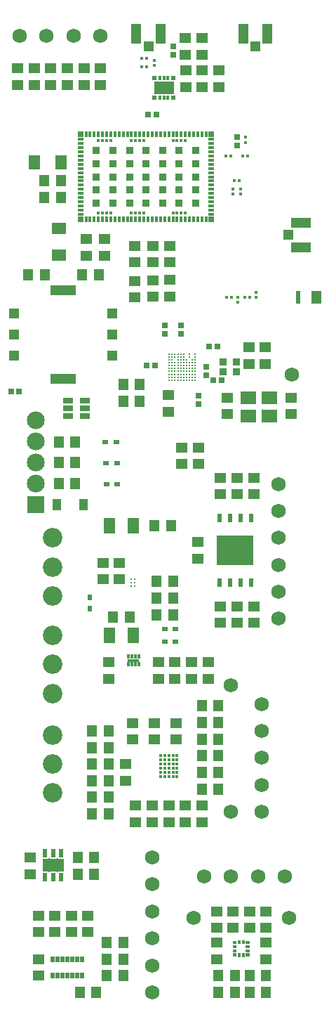
<source format=gts>
G04*
G04 #@! TF.GenerationSoftware,Altium Limited,Altium Designer,19.1.9 (167)*
G04*
G04 Layer_Color=7477623*
%FSLAX44Y44*%
%MOMM*%
G71*
G01*
G75*
%ADD61R,2.4870X1.5500*%
%ADD62R,0.5500X1.5500*%
%ADD63R,1.1500X1.5500*%
%ADD64R,0.7500X0.7500*%
%ADD65R,1.4000X1.1500*%
%ADD66R,1.1500X1.4000*%
%ADD67R,0.4500X0.4500*%
%ADD68R,0.6500X0.5500*%
%ADD69R,1.1500X0.7000*%
%ADD70R,0.9000X0.9000*%
%ADD71R,0.4000X0.4000*%
%ADD72R,0.6400X0.4000*%
%ADD73R,0.4000X0.6400*%
%ADD74R,0.6400X0.6400*%
%ADD75R,1.2000X1.1500*%
%ADD76R,2.3500X1.2000*%
%ADD77R,0.4500X0.4500*%
%ADD78R,1.2500X1.1500*%
%ADD79R,3.1500X1.1500*%
%ADD80R,1.1500X1.2000*%
%ADD81R,1.2000X2.3500*%
%ADD82R,0.7500X0.7500*%
%ADD83R,0.6150X0.5250*%
%ADD84R,0.3750X0.5250*%
%ADD85R,1.0600X1.3700*%
%ADD86C,0.4500*%
%ADD87R,0.5000X0.7000*%
%ADD88R,2.5500X1.6500*%
%ADD89R,0.6000X1.0000*%
%ADD90R,1.7500X1.3500*%
%ADD91R,1.3500X1.7500*%
%ADD92R,0.8500X0.8500*%
%ADD93R,4.4500X3.5500*%
%ADD94R,0.6000X1.1000*%
%ADD95R,1.4000X0.4000*%
%ADD96R,0.3300X0.5000*%
%ADD97C,0.3300*%
%ADD98R,1.4500X1.9500*%
%ADD99R,0.5500X0.6500*%
%ADD100R,1.8500X1.6500*%
%ADD101C,0.2800*%
%ADD102C,2.1500*%
%ADD103R,2.1500X2.1500*%
%ADD104C,1.7500*%
%ADD105C,0.6000*%
%ADD106C,2.3500*%
%ADD107C,0.7000*%
%ADD108C,0.6500*%
G36*
X294500Y115500D02*
X290000D01*
Y119500D01*
X294500D01*
Y115500D01*
D02*
G37*
G36*
Y110500D02*
X290000D01*
Y114500D01*
X294500D01*
Y110500D01*
D02*
G37*
G36*
X299500Y110000D02*
X295500D01*
Y114500D01*
X299500D01*
Y110000D01*
D02*
G37*
G36*
X294500Y120500D02*
X290000D01*
Y124500D01*
X294500D01*
Y120500D01*
D02*
G37*
G36*
Y125500D02*
X290000D01*
Y129500D01*
X294500D01*
Y125500D01*
D02*
G37*
G36*
X299500D02*
X295500D01*
Y130000D01*
X299500D01*
Y125500D01*
D02*
G37*
G36*
X304500Y110000D02*
X300500D01*
Y114500D01*
X304500D01*
Y110000D01*
D02*
G37*
G36*
X310000Y110500D02*
X305500D01*
Y114500D01*
X310000D01*
Y110500D01*
D02*
G37*
G36*
Y115500D02*
X305500D01*
Y119500D01*
X310000D01*
Y115500D01*
D02*
G37*
G36*
Y125500D02*
X305500D01*
Y129500D01*
X310000D01*
Y125500D01*
D02*
G37*
G36*
X304500D02*
X300500D01*
Y130000D01*
X304500D01*
Y125500D01*
D02*
G37*
G36*
X310000Y120500D02*
X305500D01*
Y124500D01*
X310000D01*
Y120500D01*
D02*
G37*
D61*
X206500Y1157500D02*
D03*
D62*
X368500Y905000D02*
D03*
D63*
X391000D02*
D03*
D64*
X22000Y791000D02*
D03*
X32000D02*
D03*
X197500Y1125000D02*
D03*
X187500D02*
D03*
X196000Y822500D02*
D03*
X186000D02*
D03*
X271000Y845500D02*
D03*
X261000D02*
D03*
X266000Y805000D02*
D03*
X276000D02*
D03*
D65*
X212000Y767000D02*
D03*
Y787000D02*
D03*
X214000Y967000D02*
D03*
Y947000D02*
D03*
X193000Y967000D02*
D03*
Y947000D02*
D03*
X171000Y967000D02*
D03*
Y947000D02*
D03*
X214000Y926000D02*
D03*
Y906000D02*
D03*
X193000Y925500D02*
D03*
Y905500D02*
D03*
X171000Y924500D02*
D03*
Y904500D02*
D03*
X248000Y724000D02*
D03*
Y704000D02*
D03*
X228000D02*
D03*
Y724000D02*
D03*
X112500Y975000D02*
D03*
Y955000D02*
D03*
X135000Y975000D02*
D03*
Y955000D02*
D03*
X253000Y1158000D02*
D03*
Y1178000D02*
D03*
X273000Y1158000D02*
D03*
Y1178000D02*
D03*
X233000Y1158000D02*
D03*
Y1178000D02*
D03*
X252500Y1197000D02*
D03*
Y1217000D02*
D03*
X232500Y1197000D02*
D03*
Y1217000D02*
D03*
X221000Y372000D02*
D03*
Y392000D02*
D03*
X252500Y292500D02*
D03*
Y272500D02*
D03*
X195000Y372000D02*
D03*
Y392000D02*
D03*
X169000Y372000D02*
D03*
Y392000D02*
D03*
X232500Y292500D02*
D03*
Y272500D02*
D03*
X212500Y292500D02*
D03*
Y272500D02*
D03*
X192500D02*
D03*
Y292500D02*
D03*
X172500D02*
D03*
Y272500D02*
D03*
X160000Y342500D02*
D03*
Y322500D02*
D03*
X270000Y127500D02*
D03*
Y107500D02*
D03*
X330000D02*
D03*
Y127500D02*
D03*
X270000Y165000D02*
D03*
Y145000D02*
D03*
X290000Y165000D02*
D03*
Y145000D02*
D03*
X310000Y165000D02*
D03*
Y145000D02*
D03*
X330000Y165000D02*
D03*
Y145000D02*
D03*
X55000Y107500D02*
D03*
Y87500D02*
D03*
Y140000D02*
D03*
Y160000D02*
D03*
X75000Y140000D02*
D03*
Y160000D02*
D03*
X95000D02*
D03*
Y140000D02*
D03*
X115000D02*
D03*
Y160000D02*
D03*
X45000Y210000D02*
D03*
Y230000D02*
D03*
X30000Y1180500D02*
D03*
Y1160500D02*
D03*
X50000Y1180500D02*
D03*
Y1160500D02*
D03*
X90000Y1180500D02*
D03*
Y1160500D02*
D03*
X70000Y1180500D02*
D03*
Y1160500D02*
D03*
X130000Y1180500D02*
D03*
Y1160500D02*
D03*
X110000Y1180500D02*
D03*
Y1160500D02*
D03*
X309000Y824500D02*
D03*
Y844500D02*
D03*
X329000Y824500D02*
D03*
Y844500D02*
D03*
X260000Y445000D02*
D03*
Y465000D02*
D03*
X240000Y445000D02*
D03*
Y465000D02*
D03*
X220000D02*
D03*
Y445000D02*
D03*
X140000D02*
D03*
Y465000D02*
D03*
X200000Y445000D02*
D03*
Y465000D02*
D03*
X133250Y585000D02*
D03*
Y565000D02*
D03*
X152500Y565000D02*
D03*
Y585000D02*
D03*
X360000Y764000D02*
D03*
Y784000D02*
D03*
X283000D02*
D03*
Y764000D02*
D03*
X247500Y610000D02*
D03*
Y590000D02*
D03*
X295000Y687500D02*
D03*
Y667500D02*
D03*
X275000Y512500D02*
D03*
Y532500D02*
D03*
X315000Y512500D02*
D03*
Y532500D02*
D03*
X295000Y512500D02*
D03*
Y532500D02*
D03*
X275000Y687500D02*
D03*
Y667500D02*
D03*
X315000Y687500D02*
D03*
Y667500D02*
D03*
D66*
X108000Y932000D02*
D03*
X128000D02*
D03*
X177500Y779500D02*
D03*
X157500D02*
D03*
Y799500D02*
D03*
X177500D02*
D03*
X292500Y67500D02*
D03*
X272500D02*
D03*
X310000D02*
D03*
X330000D02*
D03*
X252500Y412500D02*
D03*
X272500D02*
D03*
X252500Y312500D02*
D03*
X272500D02*
D03*
X252500Y332500D02*
D03*
X272500D02*
D03*
X252500Y352500D02*
D03*
X272500D02*
D03*
X252500Y372500D02*
D03*
X272500D02*
D03*
X252500Y392500D02*
D03*
X272500D02*
D03*
X120000Y382500D02*
D03*
X140000D02*
D03*
X140000Y362500D02*
D03*
X120000D02*
D03*
X120000Y282500D02*
D03*
X140000D02*
D03*
X120000Y302500D02*
D03*
X140000D02*
D03*
Y342500D02*
D03*
X120000D02*
D03*
X140000Y322500D02*
D03*
X120000D02*
D03*
X330000Y87500D02*
D03*
X310000D02*
D03*
X272500D02*
D03*
X292500D02*
D03*
X79525Y680475D02*
D03*
X99525D02*
D03*
X79525Y705475D02*
D03*
X99525D02*
D03*
X79525Y730475D02*
D03*
X99525D02*
D03*
X105000Y67500D02*
D03*
X125000D02*
D03*
X157500Y87500D02*
D03*
X137500D02*
D03*
X157500Y107500D02*
D03*
X137500D02*
D03*
X157500Y127500D02*
D03*
X137500D02*
D03*
X122500Y230000D02*
D03*
X102500D02*
D03*
X122500Y210000D02*
D03*
X102500D02*
D03*
X43000Y932000D02*
D03*
X63000D02*
D03*
X82500Y1045000D02*
D03*
X62500D02*
D03*
X82500Y1025000D02*
D03*
X62500D02*
D03*
X197500Y522500D02*
D03*
X217500D02*
D03*
X165000Y520000D02*
D03*
X145000D02*
D03*
X197500Y562500D02*
D03*
X217500D02*
D03*
X197500Y542500D02*
D03*
X217500D02*
D03*
X195000Y630000D02*
D03*
X215000D02*
D03*
D67*
X318000Y911000D02*
D03*
Y905000D02*
D03*
X296000Y899000D02*
D03*
Y905000D02*
D03*
X305000Y1097500D02*
D03*
Y1091500D02*
D03*
X289500Y1029500D02*
D03*
Y1035500D02*
D03*
X299500Y1029500D02*
D03*
Y1035500D02*
D03*
X195000Y1184500D02*
D03*
Y1190500D02*
D03*
D68*
X149000Y730000D02*
D03*
X136000D02*
D03*
X150000Y705000D02*
D03*
X137000D02*
D03*
X150500Y680000D02*
D03*
X137500D02*
D03*
X220500Y490000D02*
D03*
X207500D02*
D03*
X220500Y505000D02*
D03*
X207500D02*
D03*
D69*
X90750Y780500D02*
D03*
Y771000D02*
D03*
Y761500D02*
D03*
X111250D02*
D03*
Y771000D02*
D03*
Y780500D02*
D03*
D70*
X245000Y1082000D02*
D03*
Y1018000D02*
D03*
Y1050000D02*
D03*
Y1034000D02*
D03*
Y1066000D02*
D03*
X225000Y1018000D02*
D03*
Y1050000D02*
D03*
Y1034000D02*
D03*
Y1066000D02*
D03*
Y1082000D02*
D03*
X185000Y1018000D02*
D03*
Y1050000D02*
D03*
Y1034000D02*
D03*
Y1066000D02*
D03*
Y1082000D02*
D03*
X205000Y1018000D02*
D03*
Y1050000D02*
D03*
Y1034000D02*
D03*
Y1066000D02*
D03*
Y1082000D02*
D03*
X165000Y1018000D02*
D03*
Y1050000D02*
D03*
Y1034000D02*
D03*
Y1066000D02*
D03*
Y1082000D02*
D03*
X145000D02*
D03*
Y1066000D02*
D03*
Y1034000D02*
D03*
Y1050000D02*
D03*
Y1018000D02*
D03*
X125000D02*
D03*
Y1050000D02*
D03*
Y1034000D02*
D03*
Y1066000D02*
D03*
Y1082000D02*
D03*
D71*
X227500Y1006500D02*
D03*
X222500D02*
D03*
X232500D02*
D03*
X217500D02*
D03*
X167500D02*
D03*
X177500D02*
D03*
X172500D02*
D03*
X182500D02*
D03*
X142500D02*
D03*
X132500D02*
D03*
X137500D02*
D03*
X127500D02*
D03*
X227500Y1093500D02*
D03*
X222500D02*
D03*
X232500D02*
D03*
X217500D02*
D03*
X167500D02*
D03*
X177500D02*
D03*
X172500D02*
D03*
X182500D02*
D03*
X142500D02*
D03*
X132500D02*
D03*
X137500D02*
D03*
X127500D02*
D03*
D72*
X106300Y1005000D02*
D03*
X263700Y1040000D02*
D03*
X106300Y1095000D02*
D03*
Y1090000D02*
D03*
Y1085000D02*
D03*
Y1080000D02*
D03*
Y1075000D02*
D03*
Y1070000D02*
D03*
Y1065000D02*
D03*
Y1060000D02*
D03*
Y1055000D02*
D03*
Y1050000D02*
D03*
Y1045000D02*
D03*
Y1040000D02*
D03*
Y1035000D02*
D03*
Y1030000D02*
D03*
Y1025000D02*
D03*
Y1020000D02*
D03*
Y1015000D02*
D03*
Y1010000D02*
D03*
X263700Y1005000D02*
D03*
Y1010000D02*
D03*
Y1015000D02*
D03*
Y1020000D02*
D03*
Y1025000D02*
D03*
Y1030000D02*
D03*
Y1035000D02*
D03*
Y1045000D02*
D03*
Y1050000D02*
D03*
Y1055000D02*
D03*
Y1060000D02*
D03*
Y1065000D02*
D03*
Y1070000D02*
D03*
Y1075000D02*
D03*
Y1080000D02*
D03*
Y1085000D02*
D03*
Y1090000D02*
D03*
Y1095000D02*
D03*
D73*
X257500Y998800D02*
D03*
X117500D02*
D03*
X122500D02*
D03*
X127500D02*
D03*
X132500D02*
D03*
X137500D02*
D03*
X142500D02*
D03*
X147500D02*
D03*
X152500D02*
D03*
X157500D02*
D03*
X167500D02*
D03*
X172500D02*
D03*
X177500D02*
D03*
X182500D02*
D03*
X187500D02*
D03*
X192500D02*
D03*
X197500D02*
D03*
X202500D02*
D03*
X207500D02*
D03*
X212500D02*
D03*
X217500D02*
D03*
X222500D02*
D03*
X227500D02*
D03*
X232500D02*
D03*
X237500D02*
D03*
X242500D02*
D03*
X247500D02*
D03*
X252500D02*
D03*
X257500Y1101200D02*
D03*
X252500D02*
D03*
X247500D02*
D03*
X242500D02*
D03*
X237500D02*
D03*
X232500D02*
D03*
X227500D02*
D03*
X222500D02*
D03*
X217500D02*
D03*
X212500D02*
D03*
X207500D02*
D03*
X202500D02*
D03*
X197500D02*
D03*
X192500D02*
D03*
X187500D02*
D03*
X182500D02*
D03*
X177500D02*
D03*
X172500D02*
D03*
X167500D02*
D03*
X162500D02*
D03*
X157500D02*
D03*
X152500D02*
D03*
X147500D02*
D03*
X142500D02*
D03*
X137500D02*
D03*
X132500D02*
D03*
X127500D02*
D03*
X122500D02*
D03*
X112500Y998800D02*
D03*
X162500D02*
D03*
X112500Y1101200D02*
D03*
X117500D02*
D03*
D74*
X263700Y998800D02*
D03*
X106300D02*
D03*
X263700Y1101200D02*
D03*
X106300D02*
D03*
D75*
X356750Y980000D02*
D03*
D76*
X372000Y994750D02*
D03*
Y965250D02*
D03*
D77*
X304000Y905000D02*
D03*
X310000D02*
D03*
X282000D02*
D03*
X288000D02*
D03*
X287500Y1075000D02*
D03*
X281500D02*
D03*
X308000D02*
D03*
X302000D02*
D03*
X291500Y1045000D02*
D03*
X297500D02*
D03*
X179500Y1182500D02*
D03*
X185500D02*
D03*
X179500Y1192500D02*
D03*
X185500D02*
D03*
D78*
X26000Y834600D02*
D03*
Y860000D02*
D03*
Y885400D02*
D03*
X144000Y834600D02*
D03*
Y860000D02*
D03*
Y885400D02*
D03*
D79*
X85000Y807000D02*
D03*
Y913000D02*
D03*
D80*
X317000Y1206750D02*
D03*
X188000D02*
D03*
D81*
X302250Y1222000D02*
D03*
X331750D02*
D03*
X173250D02*
D03*
X202750D02*
D03*
D82*
X295000Y1097500D02*
D03*
Y1087500D02*
D03*
X217500Y1197000D02*
D03*
Y1207000D02*
D03*
X207750Y861000D02*
D03*
Y871000D02*
D03*
X227000Y871000D02*
D03*
Y861000D02*
D03*
X258000Y821000D02*
D03*
Y811000D02*
D03*
X248000Y786000D02*
D03*
Y776000D02*
D03*
D83*
X217935Y1145625D02*
D03*
X195065D02*
D03*
Y1169375D02*
D03*
X217935D02*
D03*
D84*
X211500Y1145625D02*
D03*
X206500D02*
D03*
X201500D02*
D03*
Y1169375D02*
D03*
X206500D02*
D03*
X211500D02*
D03*
D85*
X109775Y655475D02*
D03*
X77025D02*
D03*
D86*
X202500Y327500D02*
D03*
Y332500D02*
D03*
Y337500D02*
D03*
Y342500D02*
D03*
Y347500D02*
D03*
Y352500D02*
D03*
X207500Y327500D02*
D03*
Y332500D02*
D03*
Y337500D02*
D03*
Y342500D02*
D03*
Y347500D02*
D03*
Y352500D02*
D03*
X212500Y327500D02*
D03*
Y332500D02*
D03*
Y337500D02*
D03*
Y342500D02*
D03*
Y347500D02*
D03*
Y352500D02*
D03*
X217500Y327500D02*
D03*
Y332500D02*
D03*
Y337500D02*
D03*
Y342500D02*
D03*
Y347500D02*
D03*
Y352500D02*
D03*
X222500Y327500D02*
D03*
Y332500D02*
D03*
Y337500D02*
D03*
Y342500D02*
D03*
Y347500D02*
D03*
Y352500D02*
D03*
D87*
X72000Y88000D02*
D03*
X78000D02*
D03*
X84000D02*
D03*
X90000D02*
D03*
X96000D02*
D03*
X102000D02*
D03*
X108000D02*
D03*
X72000Y107000D02*
D03*
X78000D02*
D03*
X84000D02*
D03*
X90000D02*
D03*
X96000D02*
D03*
X102000D02*
D03*
X108000D02*
D03*
D88*
X72791Y220659D02*
D03*
D89*
X62791Y206159D02*
D03*
X72791D02*
D03*
X82791D02*
D03*
X62791Y235159D02*
D03*
X72791D02*
D03*
X82791D02*
D03*
D90*
X80000Y955500D02*
D03*
Y987500D02*
D03*
D91*
X82500Y1067500D02*
D03*
X50500D02*
D03*
D92*
X278000Y815000D02*
D03*
Y827000D02*
D03*
X294000D02*
D03*
Y815000D02*
D03*
D93*
X292500Y600000D02*
D03*
D94*
X311550Y638700D02*
D03*
X298850D02*
D03*
X286150D02*
D03*
X273450D02*
D03*
X311550Y561300D02*
D03*
X298850D02*
D03*
X286150D02*
D03*
X273450D02*
D03*
D95*
X170000Y467500D02*
D03*
D96*
X176000Y472500D02*
D03*
X172000D02*
D03*
X168000D02*
D03*
X164000D02*
D03*
X176000Y462500D02*
D03*
X172000D02*
D03*
X168000D02*
D03*
X164000D02*
D03*
D97*
X167500Y565000D02*
D03*
X171500D02*
D03*
X167500Y561000D02*
D03*
X171500D02*
D03*
X167500Y557000D02*
D03*
X171500D02*
D03*
D98*
X140500Y497500D02*
D03*
X169500D02*
D03*
X140500Y630000D02*
D03*
X169500D02*
D03*
D99*
X117500Y530000D02*
D03*
Y543000D02*
D03*
D100*
X308500Y762000D02*
D03*
X333500D02*
D03*
Y784000D02*
D03*
X308500D02*
D03*
D101*
X244500Y833000D02*
D03*
Y829500D02*
D03*
Y826000D02*
D03*
Y822500D02*
D03*
Y819000D02*
D03*
Y815500D02*
D03*
Y812000D02*
D03*
Y808500D02*
D03*
Y805000D02*
D03*
X241000Y829500D02*
D03*
Y826000D02*
D03*
Y822500D02*
D03*
Y819000D02*
D03*
Y815500D02*
D03*
Y812000D02*
D03*
Y808500D02*
D03*
Y805000D02*
D03*
X237500Y826000D02*
D03*
Y822500D02*
D03*
Y819000D02*
D03*
Y815500D02*
D03*
Y812000D02*
D03*
Y808500D02*
D03*
Y805000D02*
D03*
X234000Y829500D02*
D03*
Y826000D02*
D03*
Y822500D02*
D03*
Y819000D02*
D03*
Y815500D02*
D03*
Y812000D02*
D03*
Y808500D02*
D03*
Y805000D02*
D03*
X230500Y836500D02*
D03*
Y833000D02*
D03*
Y829500D02*
D03*
Y826000D02*
D03*
Y822500D02*
D03*
Y819000D02*
D03*
Y815500D02*
D03*
Y812000D02*
D03*
Y808500D02*
D03*
Y805000D02*
D03*
X227000Y836500D02*
D03*
Y833000D02*
D03*
Y829500D02*
D03*
Y826000D02*
D03*
Y822500D02*
D03*
Y819000D02*
D03*
Y815500D02*
D03*
Y812000D02*
D03*
Y808500D02*
D03*
Y805000D02*
D03*
X223500Y836500D02*
D03*
Y833000D02*
D03*
Y829500D02*
D03*
Y826000D02*
D03*
Y822500D02*
D03*
Y819000D02*
D03*
Y815500D02*
D03*
Y812000D02*
D03*
Y808500D02*
D03*
Y805000D02*
D03*
X220000Y836500D02*
D03*
Y833000D02*
D03*
Y826000D02*
D03*
Y822500D02*
D03*
Y819000D02*
D03*
Y815500D02*
D03*
Y812000D02*
D03*
Y808500D02*
D03*
Y805000D02*
D03*
X216500Y836500D02*
D03*
Y833000D02*
D03*
Y829500D02*
D03*
Y826000D02*
D03*
Y822500D02*
D03*
Y819000D02*
D03*
Y815500D02*
D03*
Y812000D02*
D03*
Y808500D02*
D03*
Y805000D02*
D03*
X213000Y836500D02*
D03*
Y833000D02*
D03*
Y829500D02*
D03*
Y826000D02*
D03*
Y822500D02*
D03*
Y819000D02*
D03*
Y815500D02*
D03*
Y812000D02*
D03*
Y808500D02*
D03*
X244500Y836500D02*
D03*
X237500Y833000D02*
D03*
Y836500D02*
D03*
X213000Y805000D02*
D03*
D102*
X52025Y756275D02*
D03*
Y730875D02*
D03*
Y680075D02*
D03*
Y705475D02*
D03*
D103*
Y654675D02*
D03*
D104*
X192500Y67500D02*
D03*
X97500Y1220000D02*
D03*
X32500D02*
D03*
X65000D02*
D03*
X130000D02*
D03*
X192500Y197500D02*
D03*
Y230000D02*
D03*
X287500Y285000D02*
D03*
X325000D02*
D03*
Y317500D02*
D03*
Y350000D02*
D03*
Y382500D02*
D03*
Y415000D02*
D03*
X357500Y157500D02*
D03*
X242500D02*
D03*
X352500Y207500D02*
D03*
X320000D02*
D03*
X255000D02*
D03*
X287500D02*
D03*
X192500Y165000D02*
D03*
Y132500D02*
D03*
Y100000D02*
D03*
X345000Y680000D02*
D03*
Y647500D02*
D03*
Y615000D02*
D03*
Y582500D02*
D03*
Y550000D02*
D03*
Y517500D02*
D03*
X287500Y437500D02*
D03*
X361000Y812000D02*
D03*
D105*
X215500Y1160500D02*
D03*
Y1154500D02*
D03*
X209500Y1160500D02*
D03*
Y1154500D02*
D03*
X203500Y1160500D02*
D03*
Y1154500D02*
D03*
X197500Y1160500D02*
D03*
Y1154500D02*
D03*
D106*
X72500Y615000D02*
D03*
Y580000D02*
D03*
Y545000D02*
D03*
X72500Y377500D02*
D03*
Y342500D02*
D03*
Y307500D02*
D03*
X72500Y497500D02*
D03*
Y462500D02*
D03*
Y427500D02*
D03*
D107*
X307500Y610000D02*
D03*
Y600000D02*
D03*
Y590000D02*
D03*
X297500Y610000D02*
D03*
Y600000D02*
D03*
Y590000D02*
D03*
X287500Y610000D02*
D03*
Y600000D02*
D03*
Y590000D02*
D03*
X277500Y610000D02*
D03*
Y600000D02*
D03*
Y590000D02*
D03*
D108*
X67791Y215659D02*
D03*
Y225659D02*
D03*
X77791Y215659D02*
D03*
Y225659D02*
D03*
M02*

</source>
